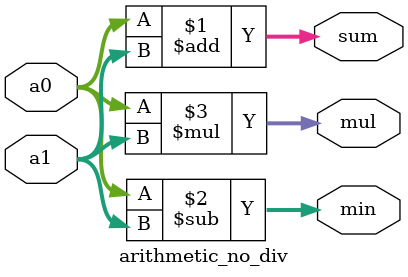
<source format=v>
/***********************************************
Module Name:   Arithmetic_No_Div
Feature:       Arithmetic Operators without divide for 8 bits input
Coder:         Garfield
Organization:  XXXX Group, Department of Architecture
------------------------------------------------------
Input ports:   a0, a1, 8 bits, operent
Output Ports:  sum, 8 bits, sum
               min, 8 bits, minus
               mul, 8 bits, multiply
               div, 8 bits, divide
               mod, 8 bit, modulo
               pow, 8 bits, power
------------------------------------------------------
History:
12-01-2015: First Version by Garfield
***********************************************/

module arithmetic_no_div
  ( 
    input[7:0] a0, a1,
    output[7:0] sum, 
    output[7:0] min, 
    output[7:0] mul 
    //,output[7:0] div 
    //output[7:0] mod
    //output[7:0]  pow
  );
  
//Load other module(s)

//Definition for Variables in the module

//Logical
assign sum = a0 + a1;
assign min = a0 - a1;
assign mul = a0 * a1;
//assign div = a0 / a1;
//assign mod = a0 % a1;
//assign pow = a0 ** a1;

endmodule
</source>
